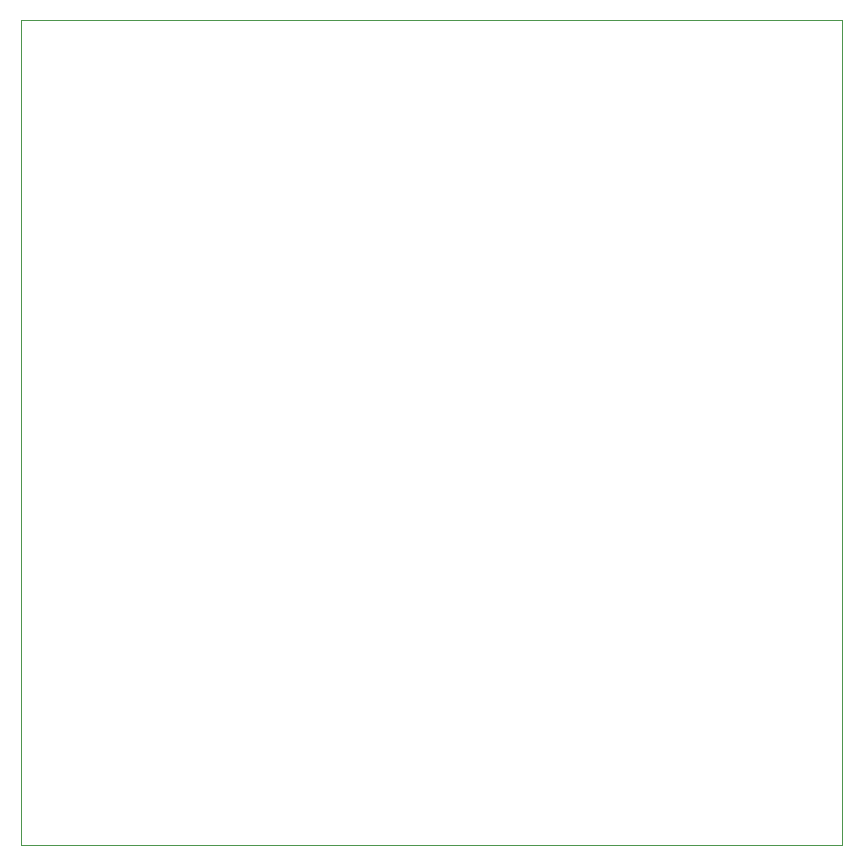
<source format=gbr>
%TF.GenerationSoftware,Altium Limited,Altium Designer,23.10.1 (27)*%
G04 Layer_Color=0*
%FSLAX45Y45*%
%MOMM*%
%TF.SameCoordinates,10BCB56E-5FA9-464D-A73E-0568A997705D*%
%TF.FilePolarity,Positive*%
%TF.FileFunction,Profile,NP*%
%TF.Part,Single*%
G01*
G75*
%TA.AperFunction,Profile*%
%ADD23C,0.02540*%
D23*
X3048000Y8000009D02*
Y1016000D01*
X10000005D01*
Y8000009D01*
X3048000D01*
%TF.MD5,3bec52dac84febae92589d30ade605fd*%
M02*

</source>
